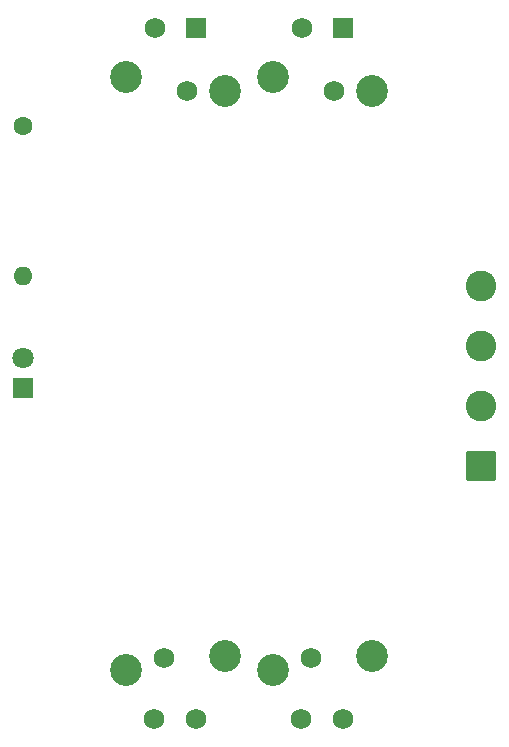
<source format=gbr>
%TF.GenerationSoftware,KiCad,Pcbnew,9.0.0*%
%TF.CreationDate,2025-03-25T15:05:36+01:00*%
%TF.ProjectId,LEDstripCtrl,4c454473-7472-4697-9043-74726c2e6b69,rev?*%
%TF.SameCoordinates,Original*%
%TF.FileFunction,Soldermask,Bot*%
%TF.FilePolarity,Negative*%
%FSLAX46Y46*%
G04 Gerber Fmt 4.6, Leading zero omitted, Abs format (unit mm)*
G04 Created by KiCad (PCBNEW 9.0.0) date 2025-03-25 15:05:36*
%MOMM*%
%LPD*%
G01*
G04 APERTURE LIST*
G04 Aperture macros list*
%AMRoundRect*
0 Rectangle with rounded corners*
0 $1 Rounding radius*
0 $2 $3 $4 $5 $6 $7 $8 $9 X,Y pos of 4 corners*
0 Add a 4 corners polygon primitive as box body*
4,1,4,$2,$3,$4,$5,$6,$7,$8,$9,$2,$3,0*
0 Add four circle primitives for the rounded corners*
1,1,$1+$1,$2,$3*
1,1,$1+$1,$4,$5*
1,1,$1+$1,$6,$7*
1,1,$1+$1,$8,$9*
0 Add four rect primitives between the rounded corners*
20,1,$1+$1,$2,$3,$4,$5,0*
20,1,$1+$1,$4,$5,$6,$7,0*
20,1,$1+$1,$6,$7,$8,$9,0*
20,1,$1+$1,$8,$9,$2,$3,0*%
G04 Aperture macros list end*
%ADD10R,1.750000X1.750000*%
%ADD11C,1.750000*%
%ADD12C,2.700000*%
%ADD13R,1.800000X1.800000*%
%ADD14C,1.800000*%
%ADD15RoundRect,0.250000X1.050000X-1.050000X1.050000X1.050000X-1.050000X1.050000X-1.050000X-1.050000X0*%
%ADD16C,2.600000*%
%ADD17C,1.600000*%
%ADD18O,1.600000X1.600000*%
G04 APERTURE END LIST*
D10*
%TO.C,RV1*%
X144000000Y-81550000D03*
D11*
X140500000Y-81550000D03*
X143220000Y-86930000D03*
X141260000Y-134930000D03*
X144000000Y-140050000D03*
X140403500Y-140050000D03*
D12*
X138050000Y-85700000D03*
X146450000Y-86900000D03*
X146450000Y-134700000D03*
X138050000Y-135900000D03*
%TD*%
D13*
%TO.C,D1*%
X129300000Y-112070000D03*
D14*
X129300000Y-109530000D03*
%TD*%
D15*
%TO.C,J1*%
X168122500Y-118670000D03*
D16*
X168122500Y-113590000D03*
X168122500Y-108510000D03*
X168122500Y-103430000D03*
%TD*%
D10*
%TO.C,RV2*%
X156450000Y-81550000D03*
D11*
X152950000Y-81550000D03*
X155670000Y-86930000D03*
X153710000Y-134930000D03*
X156450000Y-140050000D03*
X152853500Y-140050000D03*
D12*
X150500000Y-85700000D03*
X158900000Y-86900000D03*
X158900000Y-134700000D03*
X150500000Y-135900000D03*
%TD*%
D17*
%TO.C,R1*%
X129300000Y-89850000D03*
D18*
X129300000Y-102550000D03*
%TD*%
M02*

</source>
